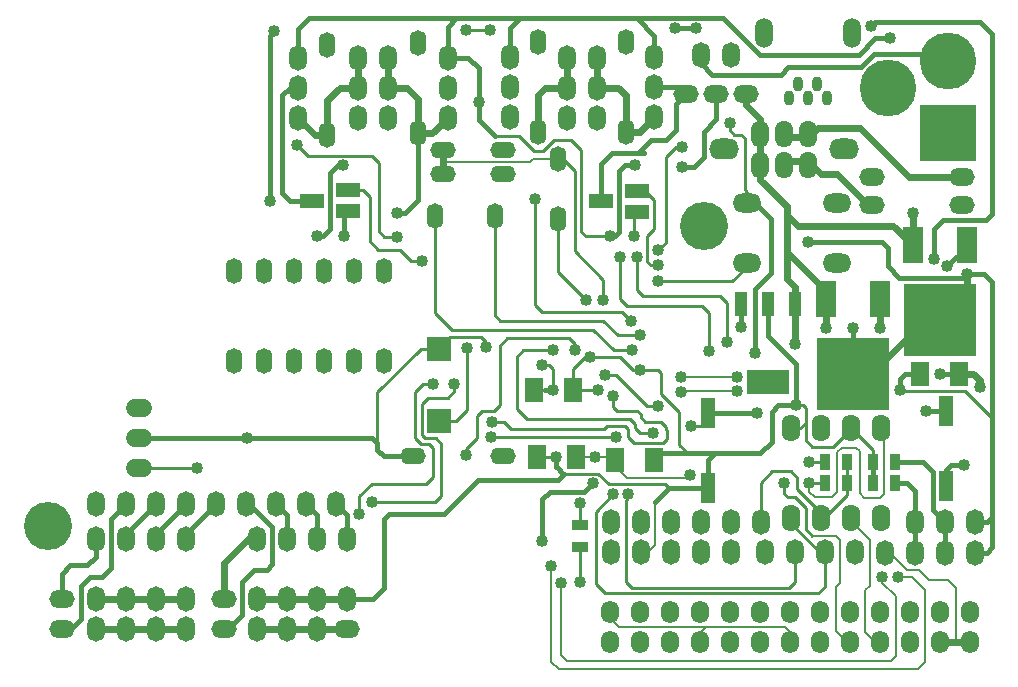
<source format=gbl>
G04 (created by PCBNEW-RS274X (2012-01-19 BZR 3256)-stable) date 14/12/2555 14:56:42*
G01*
G70*
G90*
%MOIN*%
G04 Gerber Fmt 3.4, Leading zero omitted, Abs format*
%FSLAX34Y34*%
G04 APERTURE LIST*
%ADD10C,0.006000*%
%ADD11O,0.060000X0.085000*%
%ADD12C,0.189000*%
%ADD13R,0.189000X0.189000*%
%ADD14O,0.055000X0.085000*%
%ADD15O,0.085000X0.060000*%
%ADD16O,0.095000X0.064000*%
%ADD17O,0.060000X0.090000*%
%ADD18O,0.100000X0.070000*%
%ADD19O,0.059100X0.100000*%
%ADD20O,0.035400X0.050000*%
%ADD21O,0.085000X0.055000*%
%ADD22R,0.144000X0.080000*%
%ADD23R,0.040000X0.080000*%
%ADD24C,0.060000*%
%ADD25R,0.078700X0.078700*%
%ADD26O,0.060000X0.075000*%
%ADD27R,0.080000X0.045000*%
%ADD28C,0.160000*%
%ADD29O,0.062000X0.090000*%
%ADD30R,0.060000X0.080000*%
%ADD31R,0.035000X0.055000*%
%ADD32R,0.055000X0.035000*%
%ADD33R,0.047200X0.098400*%
%ADD34R,0.065000X0.120000*%
%ADD35R,0.240000X0.240000*%
%ADD36C,0.040000*%
%ADD37C,0.008000*%
%ADD38C,0.010000*%
%ADD39C,0.015000*%
%ADD40C,0.024000*%
G04 APERTURE END LIST*
G54D10*
G54D11*
X68100Y-46186D03*
X67100Y-46186D03*
X66100Y-46186D03*
X65100Y-46186D03*
G54D12*
X71218Y-29796D03*
G54D13*
X71218Y-32196D03*
G54D12*
X69218Y-30696D03*
G54D14*
X54113Y-34965D03*
X56113Y-34965D03*
G54D15*
X41678Y-48737D03*
X41678Y-47737D03*
G54D16*
X67501Y-34540D03*
X67501Y-36540D03*
X64501Y-34540D03*
X64501Y-36540D03*
G54D17*
X66549Y-32246D03*
X66549Y-33266D03*
X65749Y-32246D03*
X65749Y-33266D03*
X64949Y-32246D03*
X64949Y-33266D03*
G54D18*
X63749Y-32756D03*
X67749Y-32756D03*
G54D11*
X48186Y-45737D03*
X49186Y-45737D03*
X50186Y-45737D03*
X51186Y-45737D03*
G54D15*
X47064Y-48745D03*
X47064Y-47745D03*
G54D19*
X65083Y-28867D03*
X67996Y-28867D03*
G54D20*
X66854Y-30580D03*
X66224Y-30580D03*
X66539Y-31052D03*
X65909Y-31052D03*
X67169Y-31052D03*
G54D15*
X71678Y-33682D03*
X68678Y-33682D03*
G54D21*
X54365Y-33565D03*
X56365Y-33565D03*
G54D15*
X68666Y-34599D03*
X71666Y-34599D03*
G54D11*
X59521Y-29693D03*
X59521Y-30693D03*
X59521Y-31693D03*
X58521Y-29693D03*
X58521Y-30693D03*
X58521Y-31693D03*
G54D15*
X64470Y-30910D03*
X63470Y-30910D03*
X62470Y-30910D03*
G54D21*
X56385Y-42985D03*
X53385Y-42985D03*
G54D11*
X63960Y-29600D03*
X62960Y-29600D03*
G54D14*
X52423Y-36816D03*
X47423Y-36816D03*
X47423Y-39808D03*
X52423Y-39808D03*
X51423Y-39808D03*
X50423Y-39808D03*
X49423Y-39808D03*
X48423Y-39808D03*
X51423Y-36816D03*
X50423Y-36816D03*
X49423Y-36816D03*
X48423Y-36816D03*
G54D22*
X65214Y-40521D03*
G54D23*
X65214Y-37921D03*
X66114Y-37921D03*
X64314Y-37921D03*
G54D11*
X42804Y-44564D03*
X43804Y-44564D03*
X44804Y-44564D03*
X45804Y-44564D03*
X46804Y-44564D03*
X47804Y-44564D03*
X48804Y-44564D03*
X49804Y-44564D03*
X50804Y-44564D03*
X49533Y-31693D03*
X49533Y-30693D03*
X49533Y-29693D03*
X54540Y-31690D03*
X54540Y-30690D03*
X54540Y-29690D03*
X56603Y-31682D03*
X56603Y-30682D03*
X56603Y-29682D03*
X61422Y-31686D03*
X61422Y-30686D03*
X61422Y-29686D03*
G54D24*
X44112Y-41361D02*
X44362Y-41361D01*
X44112Y-42361D02*
X44362Y-42361D01*
X44112Y-43361D02*
X44362Y-43361D01*
G54D25*
X54238Y-39407D03*
X54238Y-41807D03*
G54D14*
X58217Y-33068D03*
X58217Y-35068D03*
G54D21*
X54376Y-32767D03*
X56376Y-32767D03*
G54D11*
X52537Y-29693D03*
X52537Y-30693D03*
X52537Y-31693D03*
X51537Y-29690D03*
X51537Y-30690D03*
X51537Y-31690D03*
X59962Y-45186D03*
X60962Y-45186D03*
X61962Y-45186D03*
X62962Y-45186D03*
X63962Y-45186D03*
X64962Y-45186D03*
X59962Y-46186D03*
X60962Y-46186D03*
X61962Y-46186D03*
X62962Y-46186D03*
X63962Y-46186D03*
X51186Y-47737D03*
G54D15*
X51186Y-48737D03*
G54D11*
X50186Y-47737D03*
X50186Y-48737D03*
X49186Y-47737D03*
X49186Y-48737D03*
X48186Y-47737D03*
X48186Y-48737D03*
X42800Y-45737D03*
X43800Y-45737D03*
X44800Y-45737D03*
X45800Y-45737D03*
X45800Y-47737D03*
X45800Y-48737D03*
X44800Y-47737D03*
X44800Y-48737D03*
X43800Y-47737D03*
X43800Y-48737D03*
X42800Y-47737D03*
X42800Y-48737D03*
G54D26*
X59949Y-49169D03*
X60949Y-49169D03*
X60949Y-48169D03*
X61949Y-49169D03*
X61949Y-48169D03*
X62949Y-48169D03*
X63949Y-49169D03*
X63949Y-48169D03*
X64949Y-49169D03*
X64949Y-48169D03*
X65949Y-48169D03*
X66949Y-49169D03*
X66949Y-48169D03*
X68949Y-48169D03*
X69949Y-48169D03*
X70949Y-48169D03*
X71949Y-48169D03*
X71949Y-48169D03*
X71949Y-49169D03*
X70949Y-48169D03*
X70949Y-49169D03*
X69949Y-48169D03*
X69949Y-49169D03*
X68949Y-48169D03*
X68949Y-49169D03*
X67949Y-48169D03*
X67949Y-49169D03*
X66949Y-48169D03*
X66949Y-49169D03*
X65949Y-48169D03*
X65949Y-49169D03*
X64949Y-48169D03*
X64949Y-49169D03*
X63949Y-48169D03*
X63949Y-49169D03*
X62949Y-48169D03*
X62949Y-49169D03*
X61949Y-48169D03*
X61949Y-49169D03*
X60949Y-48169D03*
X60949Y-49169D03*
X59949Y-48169D03*
X59949Y-49169D03*
G54D27*
X60837Y-34827D03*
X60837Y-34127D03*
X59637Y-34477D03*
X51219Y-34807D03*
X51219Y-34107D03*
X50019Y-34457D03*
G54D28*
X63068Y-35308D03*
X41218Y-45308D03*
G54D29*
X65974Y-45056D03*
X66974Y-45056D03*
X67974Y-45056D03*
X68974Y-45056D03*
X68974Y-42056D03*
X67974Y-42056D03*
X66974Y-42056D03*
X65974Y-42056D03*
G54D14*
X60470Y-32182D03*
X60470Y-29182D03*
X57552Y-32170D03*
X57552Y-29170D03*
X53544Y-32217D03*
X53544Y-29217D03*
X50509Y-32268D03*
X50509Y-29268D03*
G54D30*
X57522Y-43008D03*
X58822Y-43008D03*
X57401Y-40777D03*
X58701Y-40777D03*
X60112Y-43113D03*
X61412Y-43113D03*
X71592Y-40225D03*
X70292Y-40225D03*
G54D31*
X68694Y-43863D03*
X69444Y-43863D03*
X68693Y-43170D03*
X69443Y-43170D03*
G54D32*
X58954Y-45267D03*
X58954Y-46017D03*
G54D11*
X72100Y-45186D03*
X71100Y-45186D03*
X70100Y-45186D03*
G54D33*
X71151Y-41459D03*
X71151Y-43959D03*
X63206Y-44038D03*
X63206Y-41538D03*
G54D34*
X67144Y-37749D03*
G54D35*
X68044Y-40249D03*
G54D34*
X68944Y-37749D03*
X70038Y-35949D03*
G54D35*
X70938Y-38449D03*
G54D34*
X71838Y-35949D03*
G54D11*
X72097Y-46191D03*
X71097Y-46191D03*
X70097Y-46191D03*
X69097Y-46191D03*
G54D31*
X67107Y-43173D03*
X67857Y-43173D03*
X67107Y-43860D03*
X67857Y-43860D03*
G54D36*
X59266Y-39679D03*
X60926Y-40111D03*
X66136Y-41275D03*
X58954Y-47182D03*
X59546Y-40778D03*
X58152Y-43008D03*
X59153Y-37770D03*
X68944Y-38699D03*
X68640Y-28634D03*
X71182Y-36650D03*
X70726Y-36396D03*
X70484Y-41460D03*
X72282Y-40688D03*
X70943Y-40225D03*
X53660Y-36486D03*
X60659Y-38485D03*
X57430Y-34391D03*
X49510Y-32620D03*
X52852Y-35672D03*
X61554Y-36612D03*
X61554Y-36098D03*
X62351Y-32662D03*
X66592Y-43174D03*
X65754Y-43884D03*
X58045Y-40776D03*
X50181Y-35645D03*
X47848Y-42362D03*
X69611Y-40765D03*
X71749Y-43287D03*
X55796Y-39348D03*
X55561Y-31178D03*
X57672Y-45814D03*
X59378Y-43874D03*
X60760Y-33284D03*
X62633Y-41965D03*
X51053Y-33284D03*
X59926Y-35646D03*
X64315Y-38673D03*
X57661Y-39931D03*
X63944Y-31876D03*
X68030Y-38696D03*
X66558Y-35840D03*
X64836Y-41534D03*
X59446Y-43020D03*
X59716Y-37767D03*
X62604Y-43622D03*
X69260Y-29056D03*
X64772Y-39538D03*
X71851Y-36902D03*
X63848Y-39170D03*
X60847Y-36343D03*
X69020Y-47020D03*
X58304Y-47196D03*
X52008Y-44494D03*
X54752Y-40585D03*
X57980Y-46652D03*
X51584Y-44899D03*
X54042Y-40588D03*
X69540Y-47010D03*
X46192Y-43361D03*
X58763Y-39456D03*
X55130Y-42955D03*
X55992Y-42348D03*
X60137Y-42348D03*
X60044Y-40975D03*
X55994Y-41850D03*
X52853Y-34861D03*
X61376Y-42199D03*
X58049Y-39454D03*
X59791Y-40258D03*
X61553Y-41292D03*
X55184Y-39358D03*
X60932Y-38956D03*
X58955Y-44529D03*
X60660Y-39436D03*
X61553Y-37141D03*
X51072Y-35646D03*
X60740Y-35646D03*
X66592Y-43884D03*
X60539Y-44242D03*
X63235Y-39469D03*
X60288Y-36352D03*
X64175Y-40804D03*
X62300Y-40846D03*
X62300Y-40342D03*
X64176Y-40340D03*
X60054Y-44245D03*
X66114Y-39236D03*
X67145Y-38712D03*
X70038Y-34864D03*
X62352Y-33328D03*
X62107Y-28720D03*
X48602Y-34465D03*
X62800Y-28720D03*
X55145Y-28762D03*
X48755Y-28804D03*
X55931Y-28762D03*
G54D37*
X61203Y-46186D02*
X61441Y-45948D01*
G54D38*
X66691Y-42676D02*
X67379Y-42676D01*
G54D39*
X54090Y-44894D02*
X54406Y-44894D01*
X63203Y-44041D02*
X63206Y-44038D01*
X63480Y-42882D02*
X63443Y-42882D01*
X68693Y-43170D02*
X68693Y-43862D01*
G54D38*
X62258Y-41520D02*
X62258Y-41682D01*
X67379Y-42676D02*
X67974Y-42081D01*
X66136Y-41275D02*
X66382Y-41275D01*
X59900Y-43909D02*
X61772Y-43909D01*
X66470Y-42235D02*
X66470Y-41877D01*
G54D39*
X58386Y-43574D02*
X58168Y-43356D01*
G54D37*
X61901Y-44038D02*
X61896Y-44038D01*
G54D39*
X65544Y-41280D02*
X65326Y-41498D01*
G54D38*
X61556Y-40111D02*
X61655Y-40210D01*
X66470Y-42455D02*
X66691Y-42676D01*
X59548Y-43557D02*
X59900Y-43909D01*
X58701Y-40077D02*
X58701Y-40777D01*
G54D37*
X61441Y-44498D02*
X61901Y-44038D01*
G54D39*
X61643Y-42882D02*
X61412Y-43113D01*
X66136Y-41275D02*
X65549Y-41275D01*
G54D38*
X59266Y-39679D02*
X59099Y-39679D01*
G54D37*
X61441Y-45948D02*
X61441Y-44498D01*
G54D39*
X58404Y-43574D02*
X58386Y-43574D01*
G54D38*
X66291Y-42056D02*
X66470Y-41877D01*
G54D39*
X63206Y-43119D02*
X63206Y-44038D01*
G54D38*
X62258Y-42420D02*
X62258Y-42602D01*
G54D39*
X61896Y-44041D02*
X63203Y-44041D01*
G54D38*
X59545Y-40777D02*
X59546Y-40778D01*
G54D40*
X49186Y-47737D02*
X50186Y-47737D01*
G54D39*
X52043Y-47737D02*
X51186Y-47737D01*
G54D40*
X50186Y-47737D02*
X51186Y-47737D01*
G54D37*
X58954Y-47182D02*
X58954Y-46940D01*
G54D38*
X61772Y-43909D02*
X61901Y-44038D01*
X58361Y-43549D02*
X58421Y-43549D01*
G54D37*
X67974Y-42056D02*
X67978Y-42056D01*
G54D39*
X54406Y-44894D02*
X55526Y-43774D01*
G54D38*
X59099Y-39679D02*
X58701Y-40077D01*
X66382Y-41275D02*
X66470Y-41363D01*
G54D39*
X63443Y-42882D02*
X62538Y-42882D01*
G54D38*
X66470Y-42235D02*
X66470Y-42442D01*
G54D37*
X58954Y-46017D02*
X58954Y-47182D01*
G54D39*
X58404Y-43574D02*
X58421Y-43557D01*
G54D38*
X58421Y-43549D02*
X58421Y-43557D01*
X60710Y-40111D02*
X60278Y-39679D01*
X57522Y-43008D02*
X58152Y-43008D01*
G54D39*
X54090Y-44894D02*
X52576Y-44894D01*
G54D38*
X58217Y-36834D02*
X59153Y-37770D01*
X61655Y-40917D02*
X62258Y-41520D01*
X58954Y-46940D02*
X58954Y-46867D01*
G54D39*
X66136Y-41275D02*
X66136Y-39905D01*
G54D40*
X48186Y-47737D02*
X49186Y-47737D01*
G54D38*
X66470Y-42442D02*
X66470Y-42455D01*
X66470Y-41877D02*
X66470Y-41493D01*
X61655Y-40210D02*
X61655Y-40584D01*
X62258Y-42602D02*
X62538Y-42882D01*
X58954Y-46017D02*
X58954Y-46867D01*
X58168Y-43356D02*
X58361Y-43549D01*
G54D39*
X61896Y-44043D02*
X61441Y-44498D01*
G54D38*
X58421Y-43557D02*
X58204Y-43774D01*
X67978Y-42056D02*
X68693Y-42771D01*
G54D39*
X52411Y-45059D02*
X52411Y-47369D01*
G54D40*
X44800Y-47737D02*
X45800Y-47737D01*
G54D39*
X65214Y-38983D02*
X66132Y-39901D01*
X61896Y-44041D02*
X61896Y-44043D01*
X58184Y-43774D02*
X58204Y-43774D01*
G54D38*
X61655Y-40584D02*
X61655Y-40917D01*
X67974Y-42081D02*
X67974Y-42056D01*
X58421Y-43557D02*
X59548Y-43557D01*
X68693Y-42771D02*
X68693Y-43170D01*
G54D39*
X68693Y-43862D02*
X68694Y-43863D01*
G54D38*
X58701Y-40777D02*
X59545Y-40777D01*
G54D39*
X55526Y-43774D02*
X58184Y-43774D01*
X52576Y-44894D02*
X52411Y-45059D01*
X64948Y-42882D02*
X63480Y-42882D01*
X61896Y-44038D02*
X61896Y-44041D01*
X66136Y-39905D02*
X66132Y-39901D01*
X58152Y-43340D02*
X58168Y-43356D01*
G54D38*
X58954Y-46867D02*
X58954Y-47182D01*
G54D39*
X52411Y-47369D02*
X52043Y-47737D01*
G54D38*
X62258Y-42420D02*
X62258Y-41682D01*
X60926Y-40111D02*
X60710Y-40111D01*
G54D39*
X65326Y-41498D02*
X65326Y-42504D01*
G54D38*
X60926Y-40111D02*
X61556Y-40111D01*
G54D39*
X62538Y-42882D02*
X61643Y-42882D01*
G54D38*
X65974Y-42056D02*
X66291Y-42056D01*
G54D39*
X65549Y-41275D02*
X65544Y-41280D01*
G54D38*
X60278Y-39679D02*
X59266Y-39679D01*
G54D39*
X65214Y-38983D02*
X65214Y-37921D01*
X63443Y-42882D02*
X63206Y-43119D01*
X58152Y-43008D02*
X58152Y-43340D01*
X65326Y-42504D02*
X64948Y-42882D01*
G54D38*
X58217Y-35068D02*
X58217Y-36834D01*
G54D40*
X42800Y-47737D02*
X43800Y-47737D01*
G54D39*
X58204Y-43774D02*
X58404Y-43574D01*
G54D38*
X66470Y-41363D02*
X66470Y-41493D01*
G54D37*
X60962Y-46186D02*
X61203Y-46186D01*
G54D40*
X43800Y-47737D02*
X44800Y-47737D01*
G54D39*
X72486Y-35103D02*
X72258Y-35103D01*
X70634Y-28501D02*
X69175Y-28501D01*
G54D40*
X71949Y-49169D02*
X71460Y-49169D01*
G54D39*
X72682Y-34907D02*
X72486Y-35103D01*
X62246Y-30686D02*
X62470Y-30910D01*
G54D37*
X69840Y-46760D02*
X69271Y-46191D01*
G54D39*
X71150Y-41460D02*
X71151Y-41459D01*
X68773Y-28501D02*
X69175Y-28501D01*
X71838Y-35994D02*
X71182Y-36650D01*
X49264Y-34457D02*
X50019Y-34457D01*
X59999Y-32879D02*
X60413Y-32879D01*
G54D37*
X71460Y-47370D02*
X71460Y-49169D01*
G54D39*
X60692Y-32879D02*
X61071Y-32879D01*
X61318Y-32430D02*
X61817Y-32430D01*
X71038Y-35103D02*
X70726Y-35415D01*
X71838Y-35949D02*
X71610Y-35949D01*
G54D37*
X70890Y-47110D02*
X70580Y-47110D01*
G54D39*
X71838Y-35949D02*
X71838Y-35994D01*
X49016Y-30947D02*
X49016Y-34209D01*
X71208Y-35103D02*
X71123Y-35103D01*
X72258Y-35103D02*
X71208Y-35103D01*
X60413Y-32879D02*
X60869Y-32879D01*
X72682Y-28909D02*
X72682Y-34907D01*
X71875Y-28501D02*
X70634Y-28501D01*
X49270Y-30693D02*
X49016Y-30947D01*
G54D40*
X72059Y-40225D02*
X71592Y-40225D01*
X72282Y-40448D02*
X72059Y-40225D01*
X71460Y-49169D02*
X70949Y-49169D01*
G54D39*
X60413Y-32879D02*
X60692Y-32879D01*
X70484Y-41460D02*
X71150Y-41460D01*
X72256Y-35105D02*
X72258Y-35103D01*
X68773Y-28501D02*
X68640Y-28634D01*
G54D37*
X70580Y-47110D02*
X70230Y-46760D01*
G54D39*
X71123Y-35103D02*
X71038Y-35103D01*
X61817Y-32430D02*
X62150Y-32097D01*
X70943Y-40225D02*
X71592Y-40225D01*
G54D40*
X68944Y-38699D02*
X68946Y-38701D01*
G54D39*
X59637Y-33241D02*
X59999Y-32879D01*
X70726Y-35415D02*
X70726Y-36396D01*
G54D37*
X69271Y-46191D02*
X69097Y-46191D01*
G54D39*
X71875Y-28501D02*
X72274Y-28501D01*
X62150Y-31230D02*
X62470Y-30910D01*
G54D37*
X70780Y-47110D02*
X70890Y-47110D01*
G54D39*
X62150Y-32097D02*
X62150Y-31426D01*
X60869Y-32879D02*
X61318Y-32430D01*
X49016Y-34209D02*
X49264Y-34457D01*
X70949Y-49169D02*
X70869Y-49169D01*
G54D40*
X68944Y-37749D02*
X68944Y-38699D01*
G54D39*
X61422Y-30686D02*
X62246Y-30686D01*
G54D37*
X70890Y-47110D02*
X71200Y-47110D01*
X71200Y-47110D02*
X71460Y-47370D01*
G54D39*
X62150Y-31426D02*
X62150Y-31230D01*
X49533Y-30693D02*
X49270Y-30693D01*
X72274Y-28501D02*
X72682Y-28909D01*
X59637Y-34477D02*
X59637Y-33241D01*
G54D37*
X70230Y-46760D02*
X69840Y-46760D01*
G54D40*
X72282Y-40688D02*
X72282Y-40448D01*
G54D38*
X51928Y-34342D02*
X51693Y-34107D01*
X53416Y-36486D02*
X53323Y-36486D01*
X53323Y-36486D02*
X52929Y-36092D01*
X51928Y-35812D02*
X51928Y-34342D01*
X53416Y-36486D02*
X53660Y-36486D01*
X52208Y-36092D02*
X51928Y-35812D01*
X52929Y-36092D02*
X52208Y-36092D01*
X51693Y-34107D02*
X51219Y-34107D01*
X60659Y-38485D02*
X60659Y-38480D01*
X60355Y-38176D02*
X57680Y-38176D01*
X60659Y-38480D02*
X60355Y-38176D01*
X57430Y-34392D02*
X57430Y-34391D01*
X57430Y-34391D02*
X57430Y-34391D01*
X57680Y-38176D02*
X57430Y-37926D01*
X57430Y-34391D02*
X57430Y-34392D01*
X57430Y-34391D02*
X57430Y-37926D01*
X52010Y-32980D02*
X49870Y-32980D01*
X52580Y-35672D02*
X52425Y-35672D01*
X52425Y-35672D02*
X52229Y-35476D01*
X52580Y-35672D02*
X52852Y-35672D01*
X49870Y-32980D02*
X49510Y-32620D01*
X52229Y-35476D02*
X52229Y-33199D01*
X52229Y-33199D02*
X52010Y-32980D01*
X61412Y-35414D02*
X61412Y-34442D01*
X61412Y-34442D02*
X61415Y-34445D01*
X61308Y-36612D02*
X61192Y-36496D01*
X61192Y-35634D02*
X61412Y-35414D01*
X61554Y-36612D02*
X61308Y-36612D01*
X61097Y-34127D02*
X60837Y-34127D01*
X61097Y-34127D02*
X61412Y-34442D01*
X61192Y-36496D02*
X61192Y-35634D01*
X62351Y-32662D02*
X62128Y-32662D01*
X61795Y-35857D02*
X61554Y-36098D01*
X61795Y-32995D02*
X61795Y-35857D01*
X62128Y-32662D02*
X61795Y-32995D01*
X66476Y-45006D02*
X66476Y-44720D01*
X67107Y-43173D02*
X66593Y-43173D01*
G54D37*
X67090Y-45636D02*
X67138Y-45636D01*
G54D38*
X66476Y-45422D02*
X66690Y-45636D01*
X66593Y-43173D02*
X66592Y-43174D01*
G54D37*
X66690Y-45636D02*
X67090Y-45636D01*
X67829Y-49169D02*
X67470Y-48810D01*
G54D38*
X66476Y-44720D02*
X66108Y-44352D01*
G54D37*
X67600Y-45770D02*
X67600Y-47200D01*
G54D38*
X65970Y-44352D02*
X66024Y-44352D01*
G54D37*
X67949Y-49169D02*
X67829Y-49169D01*
G54D38*
X66476Y-45006D02*
X66476Y-45422D01*
X65882Y-44352D02*
X65754Y-44224D01*
G54D37*
X67466Y-45636D02*
X67600Y-45770D01*
G54D38*
X65754Y-44224D02*
X65754Y-43884D01*
X66108Y-44352D02*
X66024Y-44352D01*
G54D37*
X67090Y-45636D02*
X67466Y-45636D01*
G54D38*
X66024Y-44352D02*
X65882Y-44352D01*
G54D37*
X67470Y-48810D02*
X67470Y-47330D01*
X67470Y-47330D02*
X67600Y-47200D01*
X67138Y-45636D02*
X67300Y-45636D01*
X67949Y-49169D02*
X67769Y-49169D01*
G54D39*
X42509Y-46615D02*
X42800Y-46324D01*
X41678Y-46894D02*
X41957Y-46615D01*
X41678Y-47737D02*
X41678Y-46894D01*
X42800Y-46324D02*
X42800Y-45737D01*
X41957Y-46615D02*
X42509Y-46615D01*
X43800Y-45737D02*
X43800Y-45568D01*
X43800Y-45568D02*
X44804Y-44564D01*
X45800Y-45737D02*
X45800Y-45568D01*
X45800Y-45568D02*
X46804Y-44564D01*
G54D40*
X47064Y-46544D02*
X47871Y-45737D01*
X47871Y-45737D02*
X48186Y-45737D01*
X47064Y-47745D02*
X47064Y-46544D01*
G54D39*
X49186Y-44946D02*
X48804Y-44564D01*
X49186Y-45737D02*
X49186Y-44946D01*
G54D37*
X68779Y-49169D02*
X68450Y-48840D01*
X68450Y-47440D02*
X68600Y-47290D01*
X68450Y-48840D02*
X68450Y-47440D01*
X67974Y-45056D02*
X67974Y-45134D01*
X68600Y-45760D02*
X68600Y-47290D01*
X68949Y-49169D02*
X68779Y-49169D01*
X67974Y-45134D02*
X68600Y-45760D01*
G54D39*
X44800Y-45737D02*
X44800Y-45568D01*
X44800Y-45568D02*
X45804Y-44564D01*
X50186Y-44946D02*
X49804Y-44564D01*
X50186Y-45737D02*
X50186Y-44946D01*
X51186Y-45737D02*
X51186Y-44946D01*
X51186Y-44946D02*
X50804Y-44564D01*
G54D38*
X67857Y-43173D02*
X67857Y-43860D01*
G54D39*
X72097Y-46191D02*
X72509Y-46191D01*
G54D38*
X65336Y-43488D02*
X65965Y-43488D01*
G54D39*
X50181Y-35645D02*
X50181Y-35646D01*
G54D38*
X65965Y-43488D02*
X66182Y-43705D01*
X64962Y-43862D02*
X65336Y-43488D01*
G54D37*
X60019Y-43020D02*
X60112Y-43113D01*
G54D38*
X66182Y-43705D02*
X66182Y-44087D01*
G54D39*
X58876Y-44165D02*
X58889Y-44165D01*
G54D38*
X67080Y-45056D02*
X67857Y-44279D01*
G54D37*
X59949Y-48169D02*
X59949Y-48385D01*
G54D38*
X67857Y-44279D02*
X67857Y-43860D01*
X66974Y-45056D02*
X67080Y-45056D01*
G54D39*
X57672Y-45814D02*
X57673Y-45814D01*
G54D38*
X55529Y-39022D02*
X54623Y-39022D01*
G54D37*
X54517Y-33169D02*
X54376Y-33310D01*
G54D38*
X66974Y-44879D02*
X66974Y-45056D01*
G54D39*
X52190Y-42535D02*
X52190Y-42780D01*
G54D38*
X54623Y-39022D02*
X54238Y-39407D01*
X57413Y-32806D02*
X56919Y-32312D01*
G54D39*
X69785Y-40225D02*
X70292Y-40225D01*
G54D38*
X64844Y-37342D02*
X64844Y-37344D01*
X58044Y-40777D02*
X58045Y-40776D01*
G54D37*
X60112Y-43113D02*
X60112Y-43308D01*
X59434Y-43008D02*
X59446Y-43020D01*
G54D39*
X55220Y-29690D02*
X55561Y-30031D01*
G54D38*
X71425Y-40801D02*
X69647Y-40801D01*
G54D37*
X55561Y-31178D02*
X55561Y-30031D01*
G54D38*
X52190Y-42780D02*
X52190Y-40847D01*
X58991Y-35378D02*
X58991Y-32774D01*
X64771Y-38793D02*
X64771Y-39537D01*
X69647Y-40801D02*
X69611Y-40765D01*
G54D39*
X72509Y-46191D02*
X72682Y-46018D01*
G54D38*
X57903Y-39931D02*
X58045Y-40073D01*
X58217Y-33068D02*
X58378Y-33068D01*
X64962Y-45186D02*
X64962Y-43862D01*
X52190Y-40847D02*
X53630Y-39407D01*
X55652Y-39022D02*
X55796Y-39166D01*
G54D39*
X60245Y-33465D02*
X60245Y-35398D01*
X52190Y-42780D02*
X52395Y-42985D01*
G54D38*
X56919Y-32312D02*
X56093Y-32312D01*
G54D39*
X60760Y-33284D02*
X60426Y-33284D01*
G54D38*
X64771Y-39537D02*
X64772Y-39538D01*
G54D37*
X57263Y-33169D02*
X54517Y-33169D01*
G54D40*
X42800Y-48737D02*
X43800Y-48737D01*
G54D39*
X49533Y-28748D02*
X49894Y-28387D01*
G54D38*
X58378Y-33068D02*
X58770Y-33460D01*
G54D39*
X52017Y-42362D02*
X52190Y-42535D01*
G54D38*
X53630Y-39407D02*
X54238Y-39407D01*
G54D40*
X43800Y-48737D02*
X44800Y-48737D01*
G54D38*
X58991Y-32774D02*
X58651Y-32434D01*
G54D39*
X68741Y-29587D02*
X71009Y-29587D01*
G54D40*
X48186Y-48737D02*
X49186Y-48737D01*
G54D39*
X50619Y-33528D02*
X50619Y-35403D01*
X55561Y-31178D02*
X55561Y-31780D01*
G54D40*
X44800Y-48737D02*
X45800Y-48737D01*
G54D39*
X60844Y-28387D02*
X60832Y-28375D01*
X60426Y-33284D02*
X60245Y-33465D01*
G54D38*
X64771Y-37417D02*
X64771Y-38793D01*
G54D39*
X65627Y-30261D02*
X65868Y-30020D01*
X59087Y-44165D02*
X59378Y-43874D01*
X72100Y-45186D02*
X72504Y-45186D01*
X51053Y-33284D02*
X50863Y-33284D01*
X61422Y-28965D02*
X61422Y-29686D01*
G54D38*
X72682Y-37166D02*
X72682Y-41701D01*
G54D39*
X49533Y-29693D02*
X49533Y-28748D01*
G54D38*
X54376Y-33554D02*
X54365Y-33565D01*
X63206Y-41726D02*
X62967Y-41965D01*
G54D39*
X64314Y-38672D02*
X64315Y-38673D01*
X60832Y-28375D02*
X61422Y-28965D01*
X57769Y-40777D02*
X58044Y-40777D01*
G54D37*
X59446Y-43020D02*
X60019Y-43020D01*
G54D39*
X56603Y-28715D02*
X56931Y-28387D01*
G54D38*
X66182Y-44087D02*
X66974Y-44879D01*
G54D40*
X49186Y-48737D02*
X50186Y-48737D01*
G54D39*
X72504Y-45186D02*
X72682Y-45008D01*
G54D38*
X57707Y-32806D02*
X57413Y-32806D01*
X64835Y-37351D02*
X64844Y-37342D01*
G54D39*
X57672Y-45814D02*
X57672Y-44419D01*
X57672Y-44419D02*
X57926Y-44165D01*
X57926Y-44165D02*
X58876Y-44165D01*
G54D37*
X60112Y-43308D02*
X60514Y-43710D01*
G54D39*
X47847Y-42361D02*
X47848Y-42362D01*
X60245Y-35499D02*
X60245Y-35398D01*
G54D38*
X72418Y-36902D02*
X72682Y-37166D01*
X57661Y-39931D02*
X57903Y-39931D01*
G54D39*
X71151Y-43454D02*
X71318Y-43287D01*
G54D40*
X54376Y-33554D02*
X54365Y-33565D01*
G54D39*
X59087Y-44165D02*
X58876Y-44165D01*
X50863Y-33284D02*
X50619Y-33528D01*
X49894Y-28387D02*
X50345Y-28387D01*
X69197Y-36491D02*
X69197Y-36036D01*
G54D38*
X58991Y-35500D02*
X58991Y-35378D01*
X59137Y-35646D02*
X58991Y-35500D01*
X58651Y-32434D02*
X58079Y-32434D01*
G54D39*
X50376Y-35646D02*
X50181Y-35646D01*
G54D38*
X71425Y-40801D02*
X71663Y-40801D01*
X58079Y-32434D02*
X57707Y-32806D01*
G54D39*
X64772Y-37418D02*
X65305Y-36885D01*
G54D38*
X57401Y-40777D02*
X57769Y-40777D01*
G54D40*
X71851Y-37200D02*
X71851Y-37536D01*
G54D38*
X71663Y-40801D02*
X71782Y-40801D01*
G54D39*
X68030Y-38696D02*
X68030Y-40235D01*
X72418Y-36902D02*
X72682Y-37166D01*
X64314Y-37921D02*
X64314Y-38672D01*
X54540Y-28664D02*
X54817Y-28387D01*
G54D38*
X64844Y-37344D02*
X64771Y-37417D01*
X62967Y-41965D02*
X62633Y-41965D01*
X65305Y-35065D02*
X64780Y-34540D01*
X64501Y-34540D02*
X64780Y-34540D01*
X64501Y-34540D02*
X64501Y-34176D01*
X64501Y-34176D02*
X64432Y-34107D01*
G54D37*
X65788Y-48666D02*
X65949Y-48827D01*
G54D39*
X64780Y-34540D02*
X64501Y-34540D01*
X71851Y-36902D02*
X72418Y-36902D01*
X67898Y-29610D02*
X68226Y-29610D01*
G54D37*
X65949Y-48827D02*
X65949Y-49169D01*
G54D39*
X65305Y-36885D02*
X65305Y-35065D01*
G54D37*
X59949Y-48385D02*
X60230Y-48666D01*
G54D38*
X64312Y-32264D02*
X64432Y-32384D01*
G54D40*
X71851Y-37536D02*
X70938Y-38449D01*
G54D38*
X64432Y-34107D02*
X64432Y-32384D01*
G54D39*
X69197Y-36491D02*
X69197Y-36646D01*
G54D38*
X64092Y-32264D02*
X64312Y-32264D01*
X63944Y-32116D02*
X64092Y-32264D01*
G54D39*
X50619Y-35403D02*
X50376Y-35646D01*
G54D38*
X56093Y-32312D02*
X55561Y-31780D01*
G54D39*
X69611Y-40399D02*
X69785Y-40225D01*
X60098Y-35646D02*
X60245Y-35499D01*
X64772Y-39538D02*
X64772Y-37418D01*
G54D38*
X59716Y-37092D02*
X59716Y-37767D01*
G54D37*
X60230Y-48666D02*
X63152Y-48666D01*
G54D39*
X71009Y-29587D02*
X71218Y-29796D01*
X72682Y-37166D02*
X72682Y-45008D01*
G54D37*
X62949Y-49169D02*
X62949Y-48869D01*
G54D39*
X60832Y-28375D02*
X63695Y-28375D01*
X56931Y-28387D02*
X60844Y-28387D01*
G54D40*
X71851Y-37200D02*
X71851Y-36902D01*
G54D37*
X54376Y-33310D02*
X54365Y-33565D01*
G54D39*
X67964Y-30020D02*
X68308Y-30020D01*
X65305Y-35065D02*
X64780Y-34540D01*
X69611Y-40765D02*
X69611Y-40399D01*
X69260Y-29056D02*
X68780Y-29056D01*
G54D37*
X62949Y-48869D02*
X63152Y-48666D01*
G54D39*
X64930Y-29610D02*
X67898Y-29610D01*
X68030Y-40235D02*
X68044Y-40249D01*
X63695Y-28375D02*
X64930Y-29610D01*
G54D38*
X71321Y-40801D02*
X71425Y-40801D01*
G54D39*
X63352Y-30261D02*
X65214Y-30261D01*
X62960Y-29600D02*
X62960Y-29869D01*
G54D38*
X64822Y-41548D02*
X64836Y-41534D01*
X58770Y-36146D02*
X59716Y-37092D01*
G54D39*
X65214Y-30261D02*
X65627Y-30261D01*
X63216Y-41548D02*
X63206Y-41538D01*
G54D38*
X58045Y-40073D02*
X58045Y-40776D01*
G54D40*
X50186Y-48737D02*
X51186Y-48737D01*
G54D39*
X52395Y-42985D02*
X53385Y-42985D01*
X54540Y-29690D02*
X55220Y-29690D01*
X56603Y-29682D02*
X56603Y-28715D01*
X62960Y-29869D02*
X63352Y-30261D01*
G54D37*
X63152Y-48666D02*
X65788Y-48666D01*
G54D39*
X71720Y-37033D02*
X71851Y-36902D01*
X65868Y-30020D02*
X67964Y-30020D01*
G54D38*
X63944Y-31876D02*
X63944Y-32116D01*
G54D37*
X60514Y-43710D02*
X62516Y-43710D01*
G54D39*
X72682Y-45008D02*
X72682Y-46018D01*
G54D38*
X55529Y-39022D02*
X55652Y-39022D01*
G54D37*
X58822Y-43008D02*
X59434Y-43008D01*
G54D39*
X64822Y-41548D02*
X63216Y-41548D01*
G54D37*
X62516Y-43710D02*
X62604Y-43622D01*
G54D39*
X69197Y-36036D02*
X69001Y-35840D01*
X50345Y-28387D02*
X54817Y-28387D01*
G54D37*
X57364Y-33068D02*
X57263Y-33169D01*
G54D39*
X68780Y-29056D02*
X68226Y-29610D01*
X55561Y-30031D02*
X55561Y-31178D01*
X67163Y-35840D02*
X66558Y-35840D01*
X47848Y-42362D02*
X52017Y-42362D01*
G54D38*
X64844Y-37342D02*
X65305Y-36881D01*
G54D40*
X68651Y-40249D02*
X68044Y-40249D01*
G54D37*
X58217Y-33068D02*
X57364Y-33068D01*
G54D40*
X70938Y-38449D02*
X70451Y-38449D01*
G54D39*
X54540Y-29690D02*
X54540Y-28664D01*
X71318Y-43287D02*
X71749Y-43287D01*
G54D38*
X71782Y-40801D02*
X72682Y-41701D01*
G54D39*
X69197Y-36646D02*
X69584Y-37033D01*
X69001Y-35840D02*
X67163Y-35840D01*
G54D38*
X59926Y-35646D02*
X59137Y-35646D01*
X58770Y-33460D02*
X58770Y-36146D01*
X52395Y-42985D02*
X52190Y-42780D01*
G54D39*
X58044Y-40777D02*
X58045Y-40776D01*
G54D38*
X53385Y-42985D02*
X52395Y-42985D01*
G54D39*
X59926Y-35646D02*
X60098Y-35646D01*
G54D37*
X55561Y-30031D02*
X55220Y-29690D01*
G54D38*
X65305Y-36881D02*
X65305Y-35065D01*
G54D40*
X54376Y-32767D02*
X54376Y-33554D01*
G54D38*
X55796Y-39166D02*
X55796Y-39348D01*
G54D39*
X54817Y-28387D02*
X56931Y-28387D01*
X71151Y-43959D02*
X71151Y-43454D01*
G54D38*
X63206Y-41726D02*
X63206Y-41538D01*
G54D39*
X47847Y-42361D02*
X44237Y-42361D01*
X69584Y-37033D02*
X71720Y-37033D01*
X55561Y-31780D02*
X56093Y-32312D01*
X68308Y-30020D02*
X68741Y-29587D01*
G54D40*
X70451Y-38449D02*
X68651Y-40249D01*
G54D38*
X60847Y-36462D02*
X60847Y-36493D01*
X60847Y-36493D02*
X60847Y-37445D01*
X63617Y-37654D02*
X63848Y-37885D01*
X61056Y-37654D02*
X63617Y-37654D01*
X60847Y-37445D02*
X61056Y-37654D01*
X63848Y-39170D02*
X63848Y-37885D01*
X60847Y-36343D02*
X60847Y-36493D01*
G54D37*
X69302Y-49808D02*
X69460Y-49650D01*
X69100Y-49808D02*
X69302Y-49808D01*
X69020Y-47190D02*
X69020Y-47020D01*
X69460Y-49650D02*
X69460Y-47630D01*
X69460Y-47630D02*
X69020Y-47190D01*
G54D38*
X54318Y-44299D02*
X54123Y-44494D01*
G54D37*
X69100Y-49808D02*
X59265Y-49808D01*
G54D38*
X54318Y-44299D02*
X54318Y-44157D01*
X54123Y-44494D02*
X52008Y-44494D01*
G54D37*
X58518Y-49808D02*
X59265Y-49808D01*
X58304Y-49594D02*
X58518Y-49808D01*
G54D38*
X54752Y-40822D02*
X54549Y-41025D01*
X54318Y-42561D02*
X54318Y-44157D01*
G54D37*
X58304Y-47196D02*
X58304Y-49594D01*
G54D38*
X53780Y-42379D02*
X54136Y-42379D01*
X53663Y-41246D02*
X53663Y-42262D01*
X53884Y-41025D02*
X53663Y-41246D01*
X54136Y-42379D02*
X54318Y-42561D01*
X54318Y-44157D02*
X54318Y-44207D01*
X54752Y-40585D02*
X54752Y-40822D01*
X54318Y-44207D02*
X54319Y-44208D01*
X53663Y-42262D02*
X53780Y-42379D01*
X54549Y-41025D02*
X53884Y-41025D01*
X52003Y-43896D02*
X51584Y-44315D01*
G54D37*
X69540Y-47010D02*
X70010Y-47010D01*
G54D38*
X53437Y-42371D02*
X53632Y-42566D01*
X53820Y-43896D02*
X52003Y-43896D01*
X54044Y-43672D02*
X53820Y-43896D01*
X53693Y-40588D02*
X53437Y-40844D01*
G54D37*
X57980Y-46652D02*
X57980Y-49823D01*
X58244Y-50087D02*
X59331Y-50087D01*
G54D38*
X53437Y-40844D02*
X53437Y-42371D01*
X53894Y-42566D02*
X54044Y-42716D01*
X53632Y-42566D02*
X53894Y-42566D01*
G54D37*
X69316Y-50087D02*
X59331Y-50087D01*
X57980Y-49823D02*
X58244Y-50087D01*
G54D38*
X54042Y-40588D02*
X53693Y-40588D01*
X51584Y-44315D02*
X51584Y-44899D01*
G54D37*
X69529Y-47021D02*
X69540Y-47010D01*
X70213Y-50087D02*
X69316Y-50087D01*
X70450Y-49850D02*
X70213Y-50087D01*
X70450Y-47450D02*
X70450Y-49850D01*
X70010Y-47010D02*
X70450Y-47450D01*
G54D38*
X54044Y-42716D02*
X54044Y-43672D01*
X56082Y-41464D02*
X55670Y-41464D01*
X58763Y-39223D02*
X58763Y-39456D01*
X45643Y-43361D02*
X45712Y-43361D01*
X45712Y-43361D02*
X46192Y-43361D01*
X46192Y-43361D02*
X46193Y-43360D01*
X56261Y-39310D02*
X56261Y-41285D01*
X46192Y-43361D02*
X46193Y-43360D01*
X58592Y-39052D02*
X58763Y-39223D01*
X56261Y-39310D02*
X56261Y-39291D01*
X55511Y-41623D02*
X55511Y-42361D01*
X44237Y-43361D02*
X45643Y-43361D01*
X56500Y-39052D02*
X58592Y-39052D01*
X56261Y-41285D02*
X56082Y-41464D01*
X56261Y-39291D02*
X56500Y-39052D01*
X55670Y-41464D02*
X55511Y-41623D01*
X46192Y-43361D02*
X46193Y-43360D01*
X55130Y-42742D02*
X55511Y-42361D01*
X55130Y-42955D02*
X55130Y-42742D01*
X55992Y-42348D02*
X60137Y-42348D01*
X56628Y-42064D02*
X56414Y-41850D01*
X61651Y-41830D02*
X61822Y-42001D01*
X58403Y-42064D02*
X59744Y-42064D01*
X61826Y-42091D02*
X61826Y-42397D01*
X60853Y-41466D02*
X60967Y-41580D01*
X60967Y-41580D02*
X60967Y-41682D01*
X60557Y-42346D02*
X60557Y-42064D01*
X61697Y-42526D02*
X60737Y-42526D01*
X59744Y-42064D02*
X59843Y-41965D01*
X60737Y-42526D02*
X60557Y-42346D01*
X61822Y-42091D02*
X61821Y-42091D01*
X60175Y-41466D02*
X60853Y-41466D01*
X56628Y-42064D02*
X58403Y-42064D01*
X60967Y-41682D02*
X61115Y-41830D01*
X61822Y-42001D02*
X61822Y-42091D01*
X56400Y-41836D02*
X56628Y-42064D01*
X61115Y-41830D02*
X61651Y-41830D01*
X60044Y-41335D02*
X60175Y-41466D01*
X56414Y-41850D02*
X55994Y-41850D01*
X61826Y-42397D02*
X61697Y-42526D01*
X56414Y-41850D02*
X56400Y-41836D01*
X60044Y-40975D02*
X60044Y-41335D01*
X61826Y-42091D02*
X61822Y-42091D01*
X60557Y-42064D02*
X60458Y-41965D01*
X59843Y-41965D02*
X60458Y-41965D01*
G54D40*
X59521Y-30693D02*
X60225Y-30693D01*
X60470Y-32182D02*
X60926Y-32182D01*
X60470Y-30938D02*
X60470Y-32182D01*
X59521Y-29693D02*
X59521Y-30693D01*
X60225Y-30693D02*
X60470Y-30938D01*
X60926Y-32182D02*
X61422Y-31686D01*
X58521Y-30693D02*
X57789Y-30693D01*
X58521Y-29693D02*
X58521Y-30693D01*
X57552Y-30930D02*
X57552Y-32170D01*
X57789Y-30693D02*
X57552Y-30930D01*
X54013Y-32217D02*
X54540Y-31690D01*
G54D39*
X53544Y-32217D02*
X53544Y-34426D01*
X52853Y-34861D02*
X53109Y-34861D01*
X53109Y-34861D02*
X53112Y-34858D01*
G54D40*
X53170Y-30693D02*
X53544Y-31067D01*
X53544Y-31067D02*
X53544Y-32217D01*
X52537Y-30693D02*
X53170Y-30693D01*
G54D39*
X53112Y-34858D02*
X53544Y-34426D01*
G54D40*
X53544Y-32217D02*
X54013Y-32217D01*
X52537Y-29693D02*
X52537Y-30693D01*
X50108Y-32268D02*
X49533Y-31693D01*
X50509Y-31111D02*
X50930Y-30690D01*
X50509Y-32268D02*
X50509Y-31111D01*
X50930Y-30690D02*
X51537Y-30690D01*
X51537Y-30690D02*
X51537Y-29690D01*
X50509Y-32268D02*
X50108Y-32268D01*
G54D38*
X57176Y-41731D02*
X57035Y-41590D01*
X58049Y-39454D02*
X57056Y-39454D01*
X57056Y-39454D02*
X56842Y-39668D01*
X60931Y-42199D02*
X60778Y-42046D01*
X61376Y-42199D02*
X60931Y-42199D01*
X56842Y-41398D02*
X57035Y-41591D01*
X60598Y-41731D02*
X57176Y-41731D01*
X60778Y-41911D02*
X60598Y-41731D01*
X56842Y-39668D02*
X56842Y-41398D01*
X60778Y-42046D02*
X60778Y-41911D01*
X57035Y-41590D02*
X57035Y-41591D01*
G54D40*
X66865Y-32040D02*
X66549Y-32356D01*
X68269Y-32040D02*
X66865Y-32040D01*
X69911Y-33682D02*
X68269Y-32040D01*
X65749Y-32356D02*
X66549Y-32356D01*
X71678Y-33682D02*
X69911Y-33682D01*
X68666Y-34599D02*
X68552Y-34599D01*
X68552Y-34599D02*
X67524Y-33571D01*
X66549Y-33156D02*
X65749Y-33156D01*
X67524Y-33571D02*
X66964Y-33571D01*
X66964Y-33571D02*
X66549Y-33156D01*
G54D39*
X42296Y-48419D02*
X42296Y-47320D01*
X42604Y-47012D02*
X43009Y-47012D01*
X43300Y-45068D02*
X43804Y-44564D01*
X42296Y-47320D02*
X42604Y-47012D01*
X41978Y-48737D02*
X42296Y-48419D01*
X43300Y-46721D02*
X43300Y-45068D01*
X41678Y-48737D02*
X41978Y-48737D01*
X43009Y-47012D02*
X43300Y-46721D01*
X47915Y-44564D02*
X47804Y-44564D01*
G54D38*
X47064Y-48745D02*
X47193Y-48745D01*
G54D39*
X48678Y-45327D02*
X47915Y-44564D01*
X48678Y-46579D02*
X48678Y-45327D01*
X47674Y-48264D02*
X47674Y-47159D01*
X47193Y-48745D02*
X47674Y-48264D01*
X48073Y-46760D02*
X48497Y-46760D01*
X47674Y-47159D02*
X48073Y-46760D01*
X48497Y-46760D02*
X48678Y-46579D01*
G54D38*
X60140Y-40258D02*
X61174Y-41292D01*
X59791Y-40258D02*
X60140Y-40258D01*
X61174Y-41292D02*
X61553Y-41292D01*
X54823Y-41807D02*
X54238Y-41807D01*
X55184Y-39358D02*
X55184Y-41446D01*
X55184Y-41446D02*
X54823Y-41807D01*
X60200Y-38956D02*
X59704Y-38460D01*
X56113Y-34965D02*
X56113Y-38289D01*
X60932Y-38956D02*
X60896Y-38956D01*
X60896Y-38956D02*
X60200Y-38956D01*
X59704Y-38460D02*
X56284Y-38460D01*
X56284Y-38460D02*
X56113Y-38289D01*
X58955Y-45266D02*
X58954Y-45267D01*
X58955Y-44529D02*
X58955Y-45266D01*
X60074Y-39436D02*
X60071Y-39433D01*
X54113Y-34965D02*
X54113Y-38203D01*
X59392Y-38764D02*
X54674Y-38764D01*
X60061Y-39433D02*
X59392Y-38764D01*
X60071Y-39433D02*
X60061Y-39433D01*
X60660Y-39436D02*
X60074Y-39436D01*
X54674Y-38764D02*
X54113Y-38203D01*
X61553Y-37141D02*
X64025Y-37141D01*
X64501Y-36665D02*
X64501Y-36540D01*
X61553Y-37141D02*
X61554Y-37142D01*
X64025Y-37141D02*
X64501Y-36665D01*
G54D39*
X51072Y-35196D02*
X51072Y-35646D01*
G54D40*
X51072Y-34954D02*
X51219Y-34807D01*
G54D39*
X51072Y-35196D02*
X51072Y-34954D01*
G54D38*
X60740Y-34924D02*
X60837Y-34827D01*
X60740Y-35646D02*
X60740Y-34924D01*
G54D40*
X60718Y-34946D02*
X60837Y-34827D01*
G54D37*
X66875Y-44347D02*
X66916Y-44347D01*
G54D38*
X66592Y-43884D02*
X67083Y-43884D01*
G54D37*
X67672Y-42694D02*
X67919Y-42694D01*
X67355Y-44347D02*
X67514Y-44188D01*
G54D38*
X67083Y-43884D02*
X67107Y-43860D01*
X60665Y-47372D02*
X60461Y-47168D01*
X60539Y-44242D02*
X60539Y-44359D01*
G54D37*
X66592Y-44160D02*
X66592Y-43884D01*
X66779Y-44347D02*
X66592Y-44160D01*
X66916Y-44347D02*
X66779Y-44347D01*
G54D38*
X60539Y-44359D02*
X60461Y-44437D01*
G54D37*
X67514Y-44188D02*
X67514Y-42852D01*
X68141Y-42694D02*
X68265Y-42818D01*
G54D38*
X60461Y-44437D02*
X60461Y-46653D01*
G54D37*
X67919Y-42694D02*
X68141Y-42694D01*
X69066Y-42148D02*
X68974Y-42056D01*
X69066Y-44245D02*
X69066Y-42148D01*
X68954Y-44357D02*
X69066Y-44245D01*
X68419Y-44357D02*
X68954Y-44357D01*
X68265Y-44203D02*
X68419Y-44357D01*
X68265Y-42818D02*
X68265Y-44203D01*
G54D38*
X60461Y-47168D02*
X60461Y-46653D01*
G54D37*
X66916Y-44347D02*
X67355Y-44347D01*
G54D38*
X66100Y-46693D02*
X66100Y-47179D01*
X66100Y-46693D02*
X66100Y-46186D01*
X66100Y-47179D02*
X65907Y-47372D01*
G54D37*
X67514Y-42852D02*
X67672Y-42694D01*
G54D38*
X65907Y-47372D02*
X60665Y-47372D01*
X60288Y-36352D02*
X60288Y-36547D01*
X60288Y-36442D02*
X60288Y-36547D01*
X60288Y-36547D02*
X60288Y-37078D01*
X60288Y-37739D02*
X60524Y-37975D01*
X63016Y-37975D02*
X63235Y-38194D01*
X63235Y-38194D02*
X63235Y-39469D01*
X60524Y-37975D02*
X63016Y-37975D01*
X60288Y-37078D02*
X60288Y-37739D01*
G54D39*
X71100Y-46188D02*
X71097Y-46191D01*
X71100Y-45186D02*
X71100Y-46188D01*
G54D37*
X62342Y-40804D02*
X62300Y-40846D01*
X64175Y-40804D02*
X62554Y-40804D01*
X62554Y-40804D02*
X62342Y-40804D01*
G54D39*
X71100Y-45186D02*
X71100Y-46186D01*
X69443Y-43170D02*
X70372Y-43170D01*
X70700Y-44786D02*
X71100Y-45186D01*
X70372Y-43170D02*
X70700Y-43498D01*
X70700Y-43498D02*
X70700Y-44786D01*
X70100Y-45186D02*
X70100Y-46188D01*
X70100Y-46188D02*
X70097Y-46191D01*
X70100Y-44835D02*
X70100Y-45186D01*
X70100Y-45186D02*
X70100Y-44123D01*
X69840Y-43863D02*
X69444Y-43863D01*
X70100Y-44123D02*
X69840Y-43863D01*
X70100Y-45186D02*
X70100Y-44835D01*
G54D37*
X62302Y-40340D02*
X62300Y-40342D01*
X64176Y-40340D02*
X62302Y-40340D01*
G54D38*
X59472Y-47252D02*
X59472Y-46870D01*
X59472Y-44827D02*
X60054Y-44245D01*
X59472Y-46870D02*
X59472Y-44827D01*
X59772Y-47552D02*
X59472Y-47252D01*
X67100Y-47336D02*
X66884Y-47552D01*
X66884Y-47552D02*
X59772Y-47552D01*
X67100Y-46790D02*
X67100Y-47336D01*
X65974Y-45056D02*
X65974Y-45231D01*
X67100Y-46186D02*
X67100Y-46790D01*
G54D37*
X65974Y-45231D02*
X66929Y-46186D01*
X66929Y-46186D02*
X67100Y-46186D01*
G54D38*
X65974Y-45231D02*
X66929Y-46186D01*
X66929Y-46186D02*
X67100Y-46186D01*
G54D40*
X66201Y-35301D02*
X69390Y-35301D01*
X64949Y-31749D02*
X64949Y-32356D01*
X66114Y-37921D02*
X66114Y-39236D01*
X65832Y-35201D02*
X65832Y-34895D01*
X67144Y-37749D02*
X67144Y-37486D01*
X64949Y-33771D02*
X64949Y-33156D01*
X69390Y-35301D02*
X70038Y-35949D01*
X65832Y-36008D02*
X65832Y-37064D01*
X70038Y-34864D02*
X70037Y-34863D01*
X64470Y-30910D02*
X64470Y-31270D01*
X65832Y-36174D02*
X65832Y-36008D01*
X65832Y-34895D02*
X65832Y-34932D01*
X65832Y-37064D02*
X66114Y-37346D01*
X64470Y-31270D02*
X64949Y-31749D01*
X65832Y-34654D02*
X64949Y-33771D01*
X65832Y-34932D02*
X66201Y-35301D01*
X67145Y-37750D02*
X67144Y-37749D01*
X65832Y-34895D02*
X65832Y-34654D01*
X65832Y-36008D02*
X65832Y-35201D01*
X70038Y-35949D02*
X70038Y-34864D01*
X67144Y-37486D02*
X65832Y-36174D01*
X67145Y-38712D02*
X67145Y-37750D01*
X66114Y-37346D02*
X66114Y-37921D01*
X64949Y-33156D02*
X64949Y-32356D01*
G54D39*
X63060Y-33010D02*
X63060Y-32160D01*
X63470Y-31750D02*
X63470Y-30910D01*
X63060Y-32475D02*
X63060Y-32620D01*
X63060Y-32160D02*
X63470Y-31750D01*
X62742Y-33328D02*
X63060Y-33010D01*
X63470Y-31750D02*
X63470Y-30910D01*
X62352Y-33328D02*
X62742Y-33328D01*
X63060Y-32160D02*
X63470Y-31750D01*
X63060Y-32475D02*
X63060Y-32160D01*
X62742Y-33328D02*
X63060Y-33010D01*
X48602Y-28957D02*
X48755Y-28804D01*
X48602Y-34465D02*
X48602Y-29269D01*
G54D38*
X55145Y-28762D02*
X55931Y-28762D01*
G54D39*
X48602Y-29269D02*
X48602Y-28957D01*
X62800Y-28720D02*
X62107Y-28720D01*
M02*

</source>
